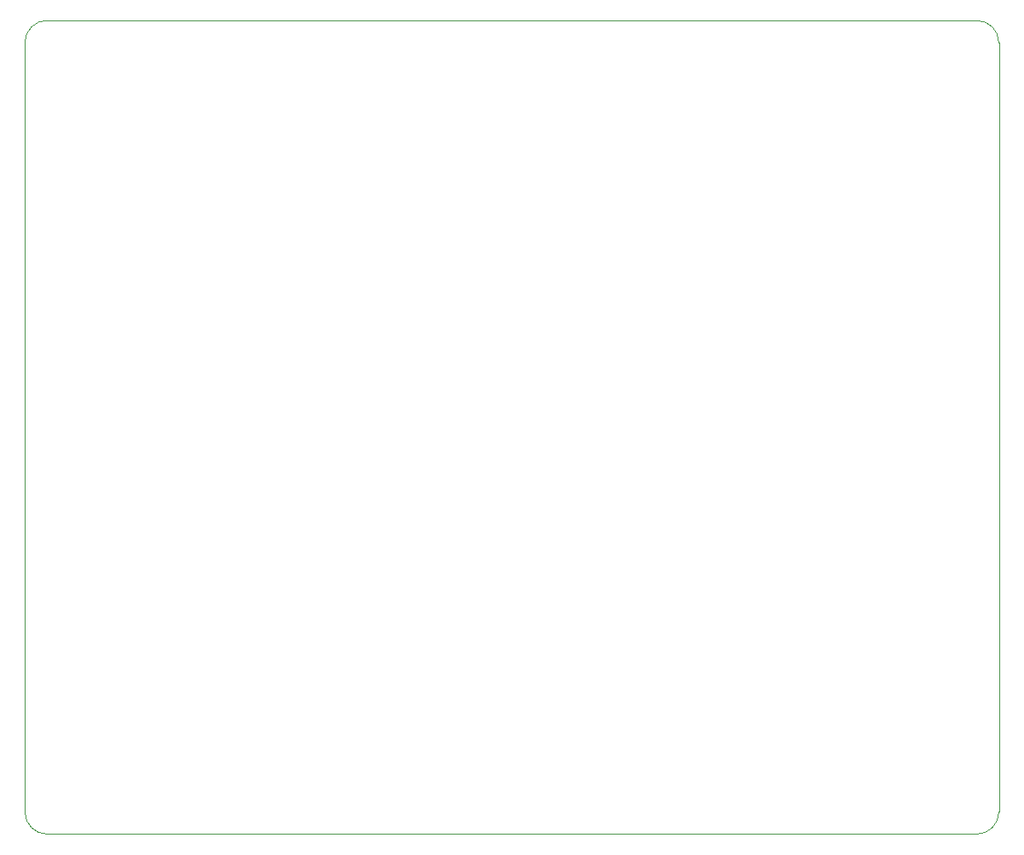
<source format=gbr>
G04 #@! TF.GenerationSoftware,KiCad,Pcbnew,5.0.2-bee76a0~70~ubuntu18.04.1*
G04 #@! TF.CreationDate,2019-08-23T13:18:47-04:00*
G04 #@! TF.ProjectId,board,626f6172-642e-46b6-9963-61645f706362,rev?*
G04 #@! TF.SameCoordinates,Original*
G04 #@! TF.FileFunction,Profile,NP*
%FSLAX46Y46*%
G04 Gerber Fmt 4.6, Leading zero omitted, Abs format (unit mm)*
G04 Created by KiCad (PCBNEW 5.0.2-bee76a0~70~ubuntu18.04.1) date Fri 23 Aug 2019 01:18:47 PM EDT*
%MOMM*%
%LPD*%
G01*
G04 APERTURE LIST*
%ADD10C,0.100000*%
G04 APERTURE END LIST*
D10*
X68732400Y-64414400D02*
G75*
G03X66522600Y-66624200I0J-2209800D01*
G01*
X66522600Y-143103600D02*
G75*
G03X68732400Y-145313400I2209800J0D01*
G01*
X161112200Y-145313400D02*
G75*
G03X163322000Y-143103600I0J2209800D01*
G01*
X161112200Y-64414400D02*
G75*
G02X163322000Y-66624200I0J-2209800D01*
G01*
X68732400Y-64414400D02*
X161112200Y-64414400D01*
X66522600Y-143103600D02*
X66522600Y-66624200D01*
X161112200Y-145313400D02*
X68732400Y-145313400D01*
X163322000Y-66624200D02*
X163322000Y-143103600D01*
M02*

</source>
